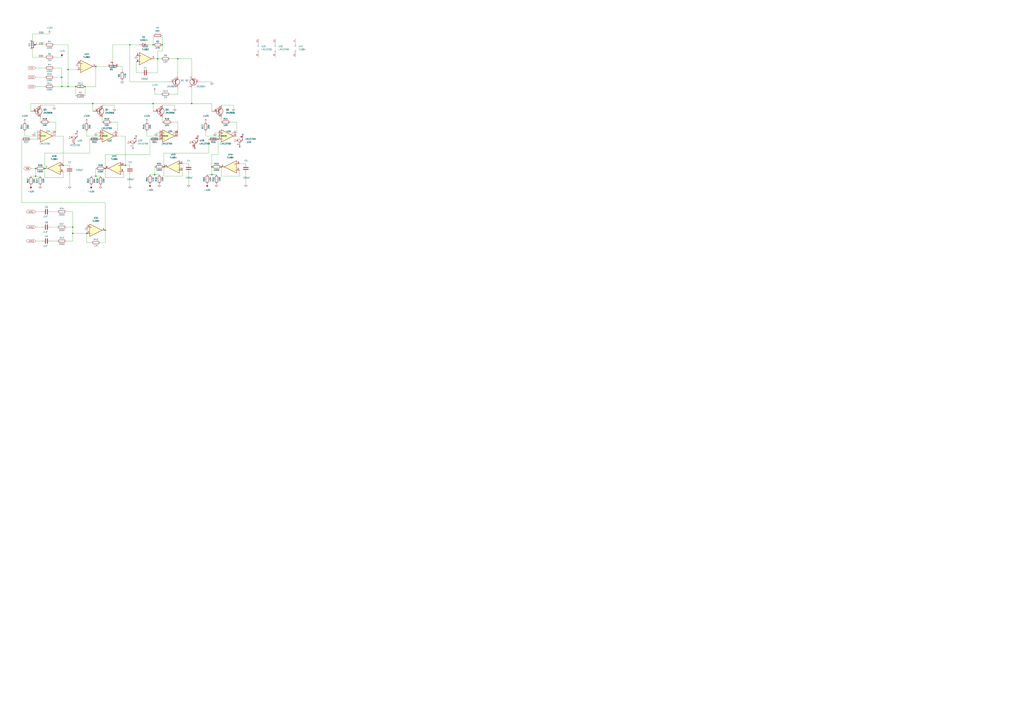
<source format=kicad_sch>
(kicad_sch (version 20211123) (generator eeschema)
  (paper "A1")
  (lib_symbols
    (symbol "Amplifier_Operational:LM13700" (pin_names (offset 0.127))
      (property "Reference" "U" (at 3.81 5.08 0))
      (property "Value" "LM13700" (at 5.08 -5.08 0))
      (symbol "LM13700_1_1"
        (pin output line (at 7.62 0 180) (length 2.54) (name "~") (number "12"))
        (pin input line (at -7.62 2.54 0) (length 2.54) (name "-") (number "13"))
        (pin input line (at -7.62 -2.54 0) (length 2.54) (name "+") (number "14"))
        (pin input line (at -7.62 0 0) (length 2.54) (name "DIODE_BIAS") (number "15"))
        (pin input line (at 7.62 -2.54 180) (length 2.54) (name "~") (number "16"))
      )
      (symbol "LM13700_2_1"
        (text "V+" (at -2.54 3.81 0) (effects (font (size 1.27 1.27))))
        (pin input line (at -7.62 0 0) (length 3.81) (name "~") (number "10"))
        (pin output line (at 2.54 -2.54 180) (length 3.81) (name "~") (number "9"))
      )
      (symbol "LM13700_3_1"
        (pin input line (at 7.62 -2.54 180) (length 2.54) (name "~") (number "1"))
        (pin input line (at -7.62 0 0) (length 2.54) (name "DIODE_BIAS") (number "2"))
        (pin input line (at -7.62 -2.54 0) (length 2.54) (name "+") (number "3"))
        (pin input line (at -7.62 2.54 0) (length 2.54) (name "-") (number "4"))
        (pin output line (at 7.62 0 180) (length 2.54) (name "~") (number "5"))
      )
      (symbol "LM13700_4_0"
        (text "V+" (at -2.54 3.81 0) (effects (font (size 1.27 1.27))))
      )
      (symbol "LM13700_4_1"
        (pin input line (at -7.62 0 0) (length 3.81) (name "~") (number "7"))
        (pin output line (at 2.54 -2.54 180) (length 3.81) (name "~") (number "8"))
      )
      (symbol "LM13700_5_1"
        (pin power_in line (at -2.54 7.62 270) (length 3.81) (name "V+") (number "11"))
        (pin power_in line (at -2.54 -7.62 90) (length 3.81) (name "V-") (number "6"))
      )
    )
    (symbol "Amplifier_Operational:TL082" (pin_names (offset 0.127))
      (property "Reference" "U" (at 0 5.08 0))
      (property "Value" "TL082" (at 0 -5.08 0))
      (symbol "TL082_1_1"
        (pin output line (at 7.62 0 180) (length 2.54) (name "~") (number "1"))
        (pin input line (at -7.62 -2.54 0) (length 2.54) (name "-") (number "2"))
        (pin input line (at -7.62 2.54 0) (length 2.54) (name "+") (number "3"))
      )
      (symbol "TL082_2_1"
        (pin input line (at -7.62 2.54 0) (length 2.54) (name "+") (number "5"))
        (pin input line (at -7.62 -2.54 0) (length 2.54) (name "-") (number "6"))
        (pin output line (at 7.62 0 180) (length 2.54) (name "~") (number "7"))
      )
      (symbol "TL082_3_1"
        (pin power_in line (at -2.54 -7.62 90) (length 3.81) (name "V-") (number "4"))
        (pin power_in line (at -2.54 7.62 270) (length 3.81) (name "V+") (number "8"))
      )
    )
    (symbol "Amplifier_Operational:TL084" (pin_names (offset 0.127))
      (property "Reference" "U" (at 0 5.08 0))
      (property "Value" "TL084" (at 0 -5.08 0))
      (symbol "TL084_1_1"
        (pin output line (at 7.62 0 180) (length 2.54) (name "~") (number "1"))
        (pin input line (at -7.62 -2.54 0) (length 2.54) (name "-") (number "2"))
        (pin input line (at -7.62 2.54 0) (length 2.54) (name "+") (number "3"))
      )
      (symbol "TL084_2_1"
        (pin input line (at -7.62 2.54 0) (length 2.54) (name "+") (number "5"))
        (pin input line (at -7.62 -2.54 0) (length 2.54) (name "-") (number "6"))
        (pin output line (at 7.62 0 180) (length 2.54) (name "~") (number "7"))
      )
      (symbol "TL084_3_1"
        (pin input line (at -7.62 2.54 0) (length 2.54) (name "+") (number "10"))
        (pin output line (at 7.62 0 180) (length 2.54) (name "~") (number "8"))
        (pin input line (at -7.62 -2.54 0) (length 2.54) (name "-") (number "9"))
      )
      (symbol "TL084_4_1"
        (pin input line (at -7.62 2.54 0) (length 2.54) (name "+") (number "12"))
        (pin input line (at -7.62 -2.54 0) (length 2.54) (name "-") (number "13"))
        (pin output line (at 7.62 0 180) (length 2.54) (name "~") (number "14"))
      )
      (symbol "TL084_5_1"
        (pin power_in line (at -2.54 -7.62 90) (length 3.81) (name "V-") (number "11"))
        (pin power_in line (at -2.54 7.62 270) (length 3.81) (name "V+") (number "4"))
      )
    )
    (symbol "Connector:Jack-DC" (pin_names (offset 1.016))
      (property "Reference" "J" (at 0 5.334 0))
      (property "Value" "Jack-DC" (at 0 -5.08 0))
      (symbol "Jack-DC_1_1"
        (pin passive line (at 7.62 2.54 180) (length 2.54) (name "~") (number "1"))
        (pin passive line (at 7.62 -2.54 180) (length 2.54) (name "~") (number "2"))
      )
    )
    (symbol "Device:C" (pin_numbers hide) (pin_names (offset 0.254))
      (property "Reference" "C" (at 0.635 2.54 0))
      (property "Value" "C" (at 0.635 -2.54 0))
      (symbol "C_1_1"
        (pin passive line (at 0 3.81 270) (length 2.794) (name "~") (number "1"))
        (pin passive line (at 0 -3.81 90) (length 2.794) (name "~") (number "2"))
      )
    )
    (symbol "Device:R" (pin_numbers hide) (pin_names (offset 0))
      (property "Reference" "R" (at 2.032 0 90))
      (property "Value" "R" (at 0 0 90))
      (symbol "R_1_1"
        (pin passive line (at 0 3.81 270) (length 1.27) (name "~") (number "1"))
        (pin passive line (at 0 -3.81 90) (length 1.27) (name "~") (number "2"))
      )
    )
    (symbol "Device:R_Potentiometer" (pin_names (offset 1.016) hide)
      (property "Reference" "RV" (at -4.445 0 90))
      (property "Value" "R_Potentiometer" (at -2.54 0 90))
      (symbol "R_Potentiometer_1_1"
        (pin passive line (at 0 3.81 270) (length 1.27) (name "1") (number "1"))
        (pin passive line (at 3.81 0 180) (length 1.27) (name "2") (number "2"))
        (pin passive line (at 0 -3.81 90) (length 1.27) (name "3") (number "3"))
      )
    )
    (symbol "Diode:1N914" (pin_numbers hide) (pin_names (offset 1.016) hide)
      (property "Reference" "D" (at 0 2.54 0))
      (property "Value" "1N914" (at 0 -2.54 0))
      (symbol "1N914_1_1"
        (pin passive line (at -3.81 0 0) (length 2.54) (name "K") (number "1"))
        (pin passive line (at 3.81 0 180) (length 2.54) (name "A") (number "2"))
      )
    )
    (symbol "Transistor_BJT:2N3904" (pin_names (offset 0) hide)
      (property "Reference" "Q" (at 5.08 1.905 0))
      (property "Value" "2N3904" (at 5.08 0 0))
      (symbol "2N3904_1_1"
        (pin passive line (at 2.54 -5.08 90) (length 2.54) (name "E") (number "1"))
        (pin passive line (at -5.08 0 0) (length 5.715) (name "B") (number "2"))
        (pin passive line (at 2.54 5.08 270) (length 2.54) (name "C") (number "3"))
      )
    )
    (symbol "Transistor_BJT:2N3906" (pin_names (offset 0) hide)
      (property "Reference" "Q" (at 5.08 1.905 0))
      (property "Value" "2N3906" (at 5.08 0 0))
      (symbol "2N3906_1_1"
        (pin passive line (at 2.54 -5.08 90) (length 2.54) (name "E") (number "1"))
        (pin input line (at -5.08 0 0) (length 5.715) (name "B") (number "2"))
        (pin passive line (at 2.54 5.08 270) (length 2.54) (name "C") (number "3"))
      )
    )
    (symbol "dhk:C_Tantalum" (pin_numbers hide) (pin_names (offset 0.254))
      (property "Reference" "C" (at 0.635 2.54 0))
      (property "Value" "C_Tantalum" (at 0.635 -2.54 0))
      (symbol "C_Tantalum_1_1"
        (pin passive line (at 0 3.81 270) (length 2.794) (name "~") (number "1"))
        (pin passive line (at 0 -3.81 90) (length 2.794) (name "~") (number "2"))
      )
    )
    (symbol "dhk:R_Potentiometer_Trim_Cermet" (pin_names (offset 1.016) hide)
      (property "Reference" "RV" (at -4.445 0 90))
      (property "Value" "R_Potentiometer_Trim_Cermet" (at -2.54 0 90))
      (symbol "R_Potentiometer_Trim_Cermet_1_1"
        (pin passive line (at 0 3.81 270) (length 1.27) (name "1") (number "1"))
        (pin passive line (at 3.81 0 180) (length 1.27) (name "2") (number "2"))
        (pin passive line (at 0 -3.81 90) (length 1.27) (name "3") (number "3"))
      )
    )
    (symbol "power:+12V" (power) (pin_names (offset 0))
      (property "Value" "+12V" (at 0 3.556 0))
      (symbol "+12V_1_1"
        (pin power_in line (at 0 0 90) (length 0) hide (name "+12V") (number "1"))
      )
    )
    (symbol "power:-12V" (power) (pin_names (offset 0))
      (property "Value" "-12V" (at 0 3.81 0))
      (symbol "-12V_0_0"
        (pin power_in line (at 0 0 90) (length 0) hide (name "-12V") (number "1"))
      )
    )
    (symbol "power:GND" (power) (pin_names (offset 0))
      (property "Value" "GND" (at 0 -3.81 0))
      (symbol "GND_1_1"
        (pin power_in line (at 0 0 270) (length 0) hide (name "GND") (number "1"))
      )
    )
  )
  (junction (at 127 143.51))
  (junction (at 181.61 137.16))
  (junction (at 52.07 135.89))
  (junction (at 102.87 135.89))
  (junction (at 78.74 144.78))
  (junction (at 59.69 191.77))
  (junction (at 86.36 189.23))
  (junction (at 50.8 71.12))
  (junction (at 125.73 36.83))
  (junction (at 157.48 85.09))
  (junction (at 146.05 48.26))
  (junction (at 29.21 144.78))
  (junction (at 125.73 85.09))
  (junction (at 173.99 137.16))
  (junction (at 134.62 137.16))
  (junction (at 50.8 63.5))
  (junction (at 55.88 57.15))
  (junction (at 62.23 71.12))
  (junction (at 133.35 36.83))
  (junction (at 76.2 85.09))
  (junction (at 59.69 186.69))
  (junction (at 71.12 191.77))
  (junction (at 29.21 138.43))
  (junction (at 179.07 114.3))
  (junction (at 173.99 143.51))
  (junction (at 69.85 71.12))
  (junction (at 78.74 54.61))
  (junction (at 106.68 36.83))
  (junction (at 55.88 71.12))
  (junction (at 36.83 138.43))
  (junction (at 86.36 138.43))
  (junction (at 129.54 48.26))
  (no_connect (at 63.5 107.95))
  (no_connect (at 60.96 118.11))
  (no_connect (at 196.85 120.65))
  (no_connect (at 162.56 111.76))
  (no_connect (at 160.02 121.92))
  (no_connect (at 111.76 111.76))
  (no_connect (at 109.22 121.92))
  (no_connect (at 199.39 110.49))
  (wire (pts (xy 25.4 114.3) (xy 30.48 114.3)))
  (wire (pts (xy 106.68 143.51) (xy 106.68 152.4)))
  (wire (pts (xy 57.15 143.51) (xy 57.15 152.4)))
  (wire (pts (xy 44.45 55.88) (xy 50.8 55.88)))
  (wire (pts (xy 101.6 135.89) (xy 102.87 135.89)))
  (wire (pts (xy 40.64 100.33) (xy 45.72 100.33)))
  (wire (pts (xy 50.8 63.5) (xy 50.8 71.12)))
  (wire (pts (xy 25.4 85.09) (xy 76.2 85.09)))
  (wire (pts (xy 55.88 57.15) (xy 55.88 71.12)))
  (wire (pts (xy 29.21 186.69) (xy 34.29 186.69)))
  (wire (pts (xy 71.12 199.39) (xy 74.93 199.39)))
  (wire (pts (xy 128.27 109.22) (xy 130.81 109.22)))
  (wire (pts (xy 106.68 36.83) (xy 114.3 36.83)))
  (wire (pts (xy 123.19 127) (xy 86.36 127)))
  (wire (pts (xy 69.85 71.12) (xy 69.85 78.74)))
  (wire (pts (xy 134.62 144.78) (xy 149.86 144.78)))
  (wire (pts (xy 29.21 198.12) (xy 34.29 198.12)))
  (wire (pts (xy 157.48 72.39) (xy 157.48 85.09)))
  (wire (pts (xy 40.64 27.94) (xy 26.67 27.94)))
  (wire (pts (xy 102.87 111.76) (xy 96.52 111.76)))
  (wire (pts (xy 149.86 144.78) (xy 149.86 139.7)))
  (wire (pts (xy 201.93 142.24) (xy 201.93 151.13)))
  (wire (pts (xy 149.86 134.62) (xy 154.94 134.62)))
  (wire (pts (xy 82.55 199.39) (xy 86.36 199.39)))
  (wire (pts (xy 44.45 63.5) (xy 50.8 63.5)))
  (wire (pts (xy 125.73 85.09) (xy 157.48 85.09)))
  (wire (pts (xy 157.48 85.09) (xy 173.99 85.09)))
  (wire (pts (xy 125.73 85.09) (xy 125.73 91.44)))
  (wire (pts (xy 168.91 107.95) (xy 168.91 111.76)))
  (wire (pts (xy 59.69 186.69) (xy 54.61 186.69)))
  (wire (pts (xy 78.74 54.61) (xy 88.9 54.61)))
  (wire (pts (xy 170.18 143.51) (xy 173.99 143.51)))
  (wire (pts (xy 55.88 36.83) (xy 55.88 57.15)))
  (wire (pts (xy 86.36 189.23) (xy 86.36 199.39)))
  (wire (pts (xy 127 48.26) (xy 129.54 48.26)))
  (wire (pts (xy 111.76 59.69) (xy 115.57 59.69)))
  (wire (pts (xy 78.74 54.61) (xy 78.74 71.12)))
  (wire (pts (xy 25.4 91.44) (xy 25.4 85.09)))
  (wire (pts (xy 29.21 71.12) (xy 36.83 71.12)))
  (wire (pts (xy 146.05 100.33) (xy 146.05 109.22)))
  (wire (pts (xy 171.45 125.73) (xy 134.62 125.73)))
  (wire (pts (xy 20.32 111.76) (xy 30.48 111.76)))
  (wire (pts (xy 173.99 85.09) (xy 173.99 91.44)))
  (wire (pts (xy 73.66 125.73) (xy 73.66 114.3)))
  (wire (pts (xy 139.7 77.47) (xy 146.05 77.47)))
  (wire (pts (xy 191.77 86.36) (xy 191.77 88.9)))
  (wire (pts (xy 123.19 114.3) (xy 123.19 127)))
  (wire (pts (xy 33.02 96.52) (xy 33.02 100.33)))
  (wire (pts (xy 133.35 41.91) (xy 133.35 36.83)))
  (wire (pts (xy 154.94 142.24) (xy 154.94 151.13)))
  (wire (pts (xy 41.91 198.12) (xy 46.99 198.12)))
  (wire (pts (xy 165.1 67.31) (xy 173.99 67.31)))
  (wire (pts (xy 173.99 137.16) (xy 173.99 143.51)))
  (wire (pts (xy 127 77.47) (xy 132.08 77.47)))
  (wire (pts (xy 33.02 86.36) (xy 44.45 86.36)))
  (wire (pts (xy 133.35 86.36) (xy 143.51 86.36)))
  (wire (pts (xy 123.19 59.69) (xy 129.54 59.69)))
  (wire (pts (xy 133.35 96.52) (xy 133.35 100.33)))
  (wire (pts (xy 146.05 48.26) (xy 139.7 48.26)))
  (wire (pts (xy 36.83 138.43) (xy 36.83 146.05)))
  (wire (pts (xy 83.82 96.52) (xy 83.82 100.33)))
  (wire (pts (xy 76.2 85.09) (xy 76.2 91.44)))
  (wire (pts (xy 17.78 166.37) (xy 86.36 166.37)))
  (wire (pts (xy 55.88 71.12) (xy 50.8 71.12)))
  (wire (pts (xy 157.48 62.23) (xy 157.48 48.26)))
  (wire (pts (xy 45.72 111.76) (xy 52.07 111.76)))
  (wire (pts (xy 157.48 48.26) (xy 146.05 48.26)))
  (wire (pts (xy 140.97 100.33) (xy 146.05 100.33)))
  (wire (pts (xy 59.69 198.12) (xy 59.69 191.77)))
  (wire (pts (xy 143.51 86.36) (xy 143.51 88.9)))
  (wire (pts (xy 121.92 36.83) (xy 125.73 36.83)))
  (wire (pts (xy 120.65 107.95) (xy 120.65 111.76)))
  (wire (pts (xy 102.87 135.89) (xy 102.87 111.76)))
  (wire (pts (xy 196.85 134.62) (xy 201.93 134.62)))
  (wire (pts (xy 129.54 48.26) (xy 129.54 41.91)))
  (wire (pts (xy 96.52 54.61) (xy 100.33 54.61)))
  (wire (pts (xy 59.69 191.77) (xy 59.69 186.69)))
  (wire (pts (xy 26.67 27.94) (xy 26.67 33.02)))
  (wire (pts (xy 171.45 114.3) (xy 171.45 125.73)))
  (wire (pts (xy 129.54 59.69) (xy 129.54 48.26)))
  (wire (pts (xy 30.48 36.83) (xy 36.83 36.83)))
  (wire (pts (xy 59.69 173.99) (xy 59.69 186.69)))
  (wire (pts (xy 78.74 144.78) (xy 82.55 144.78)))
  (wire (pts (xy 146.05 77.47) (xy 146.05 72.39)))
  (wire (pts (xy 78.74 109.22) (xy 81.28 109.22)))
  (wire (pts (xy 120.65 111.76) (xy 130.81 111.76)))
  (wire (pts (xy 76.2 85.09) (xy 125.73 85.09)))
  (wire (pts (xy 71.12 111.76) (xy 81.28 111.76)))
  (wire (pts (xy 173.99 137.16) (xy 173.99 127)))
  (wire (pts (xy 181.61 96.52) (xy 181.61 100.33)))
  (wire (pts (xy 54.61 173.99) (xy 59.69 173.99)))
  (wire (pts (xy 54.61 198.12) (xy 59.69 198.12)))
  (wire (pts (xy 189.23 100.33) (xy 194.31 100.33)))
  (wire (pts (xy 86.36 146.05) (xy 101.6 146.05)))
  (wire (pts (xy 127 137.16) (xy 127 143.51)))
  (wire (pts (xy 29.21 173.99) (xy 34.29 173.99)))
  (wire (pts (xy 86.36 166.37) (xy 86.36 189.23)))
  (wire (pts (xy 36.83 125.73) (xy 73.66 125.73)))
  (wire (pts (xy 27.94 109.22) (xy 30.48 109.22)))
  (wire (pts (xy 127 143.51) (xy 130.81 143.51)))
  (wire (pts (xy 125.73 29.21) (xy 125.73 36.83)))
  (wire (pts (xy 74.93 144.78) (xy 78.74 144.78)))
  (wire (pts (xy 44.45 46.99) (xy 50.8 46.99)))
  (wire (pts (xy 176.53 109.22) (xy 179.07 109.22)))
  (wire (pts (xy 45.72 100.33) (xy 45.72 109.22)))
  (wire (pts (xy 78.74 71.12) (xy 69.85 71.12)))
  (wire (pts (xy 111.76 50.8) (xy 111.76 59.69)))
  (wire (pts (xy 44.45 36.83) (xy 55.88 36.83)))
  (wire (pts (xy 59.69 191.77) (xy 71.12 191.77)))
  (wire (pts (xy 123.19 143.51) (xy 127 143.51)))
  (wire (pts (xy 173.99 127) (xy 179.07 127)))
  (wire (pts (xy 179.07 127) (xy 179.07 114.3)))
  (wire (pts (xy 146.05 62.23) (xy 146.05 48.26)))
  (wire (pts (xy 78.74 138.43) (xy 78.74 144.78)))
  (wire (pts (xy 36.83 146.05) (xy 52.07 146.05)))
  (wire (pts (xy 92.71 36.83) (xy 106.68 36.83)))
  (wire (pts (xy 138.43 67.31) (xy 106.68 67.31)))
  (wire (pts (xy 83.82 86.36) (xy 93.98 86.36)))
  (wire (pts (xy 17.78 114.3) (xy 17.78 166.37)))
  (wire (pts (xy 173.99 143.51) (xy 177.8 143.51)))
  (wire (pts (xy 62.23 71.12) (xy 62.23 78.74)))
  (wire (pts (xy 26.67 40.64) (xy 26.67 46.99)))
  (wire (pts (xy 25.4 138.43) (xy 29.21 138.43)))
  (wire (pts (xy 168.91 111.76) (xy 179.07 111.76)))
  (wire (pts (xy 102.87 135.89) (xy 106.68 135.89)))
  (wire (pts (xy 29.21 55.88) (xy 36.83 55.88)))
  (wire (pts (xy 96.52 100.33) (xy 96.52 109.22)))
  (wire (pts (xy 55.88 71.12) (xy 62.23 71.12)))
  (wire (pts (xy 52.07 146.05) (xy 52.07 140.97)))
  (wire (pts (xy 100.33 54.61) (xy 100.33 58.42)))
  (wire (pts (xy 127 74.93) (xy 127 77.47)))
  (wire (pts (xy 181.61 144.78) (xy 196.85 144.78)))
  (wire (pts (xy 29.21 63.5) (xy 36.83 63.5)))
  (wire (pts (xy 71.12 107.95) (xy 71.12 111.76)))
  (wire (pts (xy 129.54 41.91) (xy 133.35 41.91)))
  (wire (pts (xy 29.21 138.43) (xy 29.21 144.78)))
  (wire (pts (xy 106.68 67.31) (xy 106.68 36.83)))
  (wire (pts (xy 41.91 173.99) (xy 46.99 173.99)))
  (wire (pts (xy 52.07 111.76) (xy 52.07 135.89)))
  (wire (pts (xy 41.91 186.69) (xy 46.99 186.69)))
  (wire (pts (xy 92.71 50.8) (xy 92.71 36.83)))
  (wire (pts (xy 101.6 146.05) (xy 101.6 140.97)))
  (wire (pts (xy 129.54 48.26) (xy 132.08 48.26)))
  (wire (pts (xy 52.07 135.89) (xy 57.15 135.89)))
  (wire (pts (xy 50.8 71.12) (xy 44.45 71.12)))
  (wire (pts (xy 181.61 137.16) (xy 181.61 144.78)))
  (wire (pts (xy 29.21 144.78) (xy 33.02 144.78)))
  (wire (pts (xy 133.35 29.21) (xy 133.35 36.83)))
  (wire (pts (xy 36.83 138.43) (xy 36.83 125.73)))
  (wire (pts (xy 86.36 127) (xy 86.36 138.43)))
  (wire (pts (xy 196.85 144.78) (xy 196.85 139.7)))
  (wire (pts (xy 134.62 125.73) (xy 134.62 137.16)))
  (wire (pts (xy 134.62 137.16) (xy 134.62 144.78)))
  (wire (pts (xy 181.61 86.36) (xy 191.77 86.36)))
  (wire (pts (xy 194.31 100.33) (xy 194.31 109.22)))
  (wire (pts (xy 93.98 86.36) (xy 93.98 88.9)))
  (wire (pts (xy 91.44 100.33) (xy 96.52 100.33)))
  (wire (pts (xy 86.36 138.43) (xy 86.36 146.05)))
  (wire (pts (xy 50.8 55.88) (xy 50.8 63.5)))
  (wire (pts (xy 55.88 57.15) (xy 63.5 57.15)))
  (wire (pts (xy 25.4 144.78) (xy 29.21 144.78)))
  (wire (pts (xy 44.45 86.36) (xy 44.45 87.63)))
  (wire (pts (xy 71.12 191.77) (xy 71.12 199.39)))
  (wire (pts (xy 26.67 46.99) (xy 36.83 46.99)))
  (wire (pts (xy 20.32 107.95) (xy 20.32 111.76)))
  (label "CO3" (at 31.75 27.94 0))
  (label "CO2" (at 31.75 36.83 0))
  (label "CO1" (at 31.75 46.99 0))
  (global_label "AIN1" (shape bidirectional) (at 29.21 173.99 180) (property "Intersheet References" "${INTERSHEET_REFS}" (effects hide)))
  (global_label "AIN2" (shape bidirectional) (at 29.21 186.69 180) (property "Intersheet References" "${INTERSHEET_REFS}" (effects hide)))
  (global_label "AIN3" (shape bidirectional) (at 29.21 198.12 180) (property "Intersheet References" "${INTERSHEET_REFS}" (effects hide)))
  (global_label "CV2" (shape input) (at 29.21 63.5 180) (property "Intersheet References" "${INTERSHEET_REFS}" (effects hide)))
  (global_label "CV1" (shape input) (at 29.21 55.88 180) (property "Intersheet References" "${INTERSHEET_REFS}" (effects hide)))
  (global_label "RB" (shape bidirectional) (at 25.4 138.43 180) (property "Intersheet References" "${INTERSHEET_REFS}" (effects hide)))
  (global_label "CV3" (shape input) (at 29.21 71.12 180) (property "Intersheet References" "${INTERSHEET_REFS}" (effects hide)))
  (symbol (lib_id "Device:R") (at -96.52 379.73 90) (unit 1)
    (property "Reference" "R58" (at -96.52 377.19 90))
    (property "Value" "30K" (at -96.52 382.27 90))
  )
  (symbol (lib_id "Device:C") (at -52.07 181.61 0) (unit 1)
    (property "Reference" "C11" (at -53.34 175.26 0) (effects (justify left)))
    (property "Value" ".1uF" (at -54.61 189.23 0) (effects (justify left)))
  )
  (symbol (lib_id "Device:R") (at -25.4 279.4 90) (unit 1)
    (property "Reference" "R51" (at -25.4 276.86 90))
    (property "Value" "100K" (at -25.4 281.94 90))
  )
  (symbol (lib_id "power:+12V") (at 20.32 100.33 0) (unit 1)
    (property "Reference" "#PWR?" (effects hide))
    (property "Value" "+12V" (at 20.32 95.25 0))
  )
  (symbol (lib_id "Amplifier_Operational:TL082") (at -55.88 68.58 0) (unit 3)
    (property "Reference" "U5" (at -55.88 67.3099 0) (effects (justify left)))
    (property "Value" "TL082" (at -55.88 69.8499 0) (effects (justify left)))
    (property "Datasheet" "http://www.ti.com/lit/ds/symlink/tl081.pdf" (effects hide))
  )
  (symbol (lib_id "power:+12V") (at 120.65 100.33 0) (unit 1)
    (property "Reference" "#PWR?" (effects hide))
    (property "Value" "+12V" (at 120.65 95.25 0))
  )
  (symbol (lib_id "power:GND") (at 71.12 186.69 0) (unit 1)
    (property "Reference" "#PWR?" (effects hide))
    (property "Value" "GND" (effects hide))
  )
  (symbol (lib_id "Device:R") (at -35.56 279.4 90) (unit 1)
    (property "Reference" "R55" (at -35.56 276.86 90))
    (property "Value" "100K" (at -35.56 281.94 90))
  )
  (symbol (lib_id "Amplifier_Operational:TL082") (at -96.52 88.9 0) (unit 1)
    (property "Reference" "U6" (at -96.52 78.74 0))
    (property "Value" "TL082" (at -96.52 81.28 0))
    (property "Datasheet" "http://www.ti.com/lit/ds/symlink/tl081.pdf" (effects hide))
  )
  (symbol (lib_id "Device:R_Potentiometer") (at -57.15 240.03 270) (unit 1)
    (property "Reference" "R66" (at -57.15 237.49 90))
    (property "Value" "100K" (at -57.15 240.03 90))
  )
  (symbol (lib_id "power:GND") (at 176.53 109.22 0) (unit 1)
    (property "Reference" "#PWR?" (effects hide))
    (property "Value" "GND" (effects hide))
  )
  (symbol (lib_id "Device:R") (at -96.52 415.29 90) (unit 1)
    (property "Reference" "R59" (at -96.52 412.75 90))
    (property "Value" "4.7K" (at -96.52 417.83 90))
  )
  (symbol (lib_id "power:+12V") (at 168.91 100.33 0) (unit 1)
    (property "Reference" "#PWR?" (effects hide))
    (property "Value" "+12V" (at 168.91 95.25 0))
  )
  (symbol (lib_id "power:GND") (at 130.81 151.13 0) (unit 1)
    (property "Reference" "#PWR?" (effects hide))
    (property "Value" "GND" (effects hide))
  )
  (symbol (lib_id "Device:R") (at -96.52 309.88 90) (unit 1)
    (property "Reference" "R53" (at -96.52 307.34 90))
    (property "Value" "150K" (at -96.52 312.42 90))
  )
  (symbol (lib_id "Device:C") (at 38.1 186.69 90) (unit 1)
    (property "Reference" "C8" (at 39.37 182.88 90) (effects (justify left)))
    (property "Value" ".1uF" (at 39.37 190.5 90) (effects (justify left)))
  )
  (symbol (lib_id "Amplifier_Operational:TL082") (at -55.88 88.9 0) (unit 3)
    (property "Reference" "U6" (at -55.88 87.6299 0) (effects (justify left)))
    (property "Value" "TL082" (at -55.88 90.1699 0) (effects (justify left)))
    (property "Datasheet" "http://www.ti.com/lit/ds/symlink/tl081.pdf" (effects hide))
  )
  (symbol (lib_id "Amplifier_Operational:LM13700") (at -33.02 27.94 0) (unit 4)
    (property "Reference" "U7" (at -35.56 17.78 0))
    (property "Value" "LM13700" (at -35.56 20.32 0))
    (property "Datasheet" "http://www.ti.com/lit/ds/symlink/lm13700.pdf" (effects hide))
  )
  (symbol (lib_id "Device:R") (at 129.54 29.21 90) (unit 1)
    (property "Reference" "R?" (at 129.54 22.86 90))
    (property "Value" "68K" (at 129.54 25.4 90))
  )
  (symbol (lib_id "Connector:Jack-DC") (at -46.99 466.09 0) (unit 1)
    (property "Reference" "J7" (at -46.99 459.74 0))
    (property "Value" "Jack-DC" (effects hide))
  )
  (symbol (lib_id "Device:R") (at 82.55 148.59 180) (unit 1)
    (property "Reference" "R29" (at 80.01 148.59 90))
    (property "Value" "100" (at 85.09 148.59 90))
  )
  (symbol (lib_id "Device:C") (at 154.94 138.43 0) (unit 1)
    (property "Reference" "C4" (at 153.67 132.08 0) (effects (justify left)))
    (property "Value" "100pF" (at 152.4 146.05 0) (effects (justify left)))
  )
  (symbol (lib_id "Amplifier_Operational:TL084") (at 93.98 138.43 0) (mirror y) (unit 3)
    (property "Reference" "U4" (at 93.98 128.27 0))
    (property "Value" "TL084" (at 93.98 130.81 0))
    (property "Datasheet" "http://www.ti.com/lit/ds/symlink/tl081.pdf" (effects hide))
  )
  (symbol (lib_id "Connector:Jack-DC") (at -95.25 478.79 0) (unit 1)
    (property "Reference" "J2" (at -95.25 472.44 0))
    (property "Value" "Jack-DC" (effects hide))
  )
  (symbol (lib_id "Device:R") (at -66.04 379.73 90) (unit 1)
    (property "Reference" "R61" (at -66.04 377.19 90))
    (property "Value" "30K" (at -66.04 382.27 90))
  )
  (symbol (lib_id "Transistor_BJT:2N3904") (at 143.51 67.31 0) (mirror x) (unit 1)
    (property "Reference" "Q1" (at 148.59 66.0399 0) (effects (justify left)))
    (property "Value" "2N3904" (at 137.16 71.12 0) (effects (justify left)))
    (property "Footprint" "Package_TO_SOT_THT:TO-92_Inline" (effects hide))
    (property "Datasheet" "https://www.onsemi.com/pub/Collateral/2N3903-D.PDF" (effects hide))
  )
  (symbol (lib_id "power:-12V") (at 170.18 151.13 0) (mirror x) (unit 1)
    (property "Reference" "#PWR?" (effects hide))
    (property "Value" "-12V" (at 170.18 156.21 0))
  )
  (symbol (lib_id "Connector:Jack-DC") (at -78.74 478.79 0) (unit 1)
    (property "Reference" "J4" (at -78.74 472.44 0))
    (property "Value" "Jack-DC" (effects hide))
  )
  (symbol (lib_id "Transistor_BJT:2N3906") (at 81.28 91.44 0) (mirror x) (unit 1)
    (property "Reference" "Q4" (at 86.36 90.1699 0) (effects (justify left)))
    (property "Value" "2N3906" (at 86.36 92.7099 0) (effects (justify left)))
    (property "Footprint" "Package_TO_SOT_THT:TO-92_Inline" (effects hide))
    (property "Datasheet" "https://www.onsemi.com/pub/Collateral/2N3906-D.PDF" (effects hide))
  )
  (symbol (lib_id "Device:R") (at 20.32 104.14 180) (unit 1)
    (property "Reference" "R14" (at 17.78 104.14 90))
    (property "Value" "20K" (at 22.86 104.14 90))
  )
  (symbol (lib_id "power:GND") (at 106.68 152.4 0) (unit 1)
    (property "Reference" "#PWR?" (effects hide))
    (property "Value" "GND" (effects hide))
  )
  (symbol (lib_id "Amplifier_Operational:LM13700") (at 196.85 113.03 90) (unit 4)
    (property "Reference" "U3" (at 204.47 116.84 90))
    (property "Value" "LM13700" (at 205.74 114.3 90))
    (property "Datasheet" "http://www.ti.com/lit/ds/symlink/lm13700.pdf" (effects hide))
  )
  (symbol (lib_id "power:GND") (at 93.98 88.9 0) (unit 1)
    (property "Reference" "#PWR?" (effects hide))
    (property "Value" "GND" (effects hide))
  )
  (symbol (lib_id "Connector:Jack-DC") (at -62.23 466.09 0) (unit 1)
    (property "Reference" "J5" (at -62.23 459.74 0))
    (property "Value" "Jack-DC" (effects hide))
  )
  (symbol (lib_id "power:+12V") (at 40.64 27.94 0) (unit 1)
    (property "Reference" "#PWR?" (effects hide))
    (property "Value" "+12V" (at 40.64 22.86 0))
  )
  (symbol (lib_id "Device:R") (at 74.93 148.59 180) (unit 1)
    (property "Reference" "R63" (at 72.39 148.59 90))
    (property "Value" "39K" (at 77.47 148.59 90))
  )
  (symbol (lib_id "Device:R") (at 50.8 186.69 90) (unit 1)
    (property "Reference" "R37" (at 50.8 184.15 90))
    (property "Value" "200K" (at 50.8 189.23 90))
  )
  (symbol (lib_id "Device:R") (at -86.36 299.72 90) (unit 1)
    (property "Reference" "R45" (at -86.36 297.18 90))
    (property "Value" "120K" (at -86.36 302.26 90))
  )
  (symbol (lib_id "Device:R") (at 177.8 137.16 90) (unit 1)
    (property "Reference" "R33" (at 177.8 134.62 90))
    (property "Value" "100K" (at 177.8 139.7 90))
  )
  (symbol (lib_id "Amplifier_Operational:TL082") (at 78.74 189.23 0) (unit 1)
    (property "Reference" "U5" (at 78.74 179.07 0))
    (property "Value" "TL082" (at 78.74 181.61 0))
    (property "Datasheet" "http://www.ti.com/lit/ds/symlink/tl081.pdf" (effects hide))
  )
  (symbol (lib_id "Device:R") (at 50.8 198.12 90) (unit 1)
    (property "Reference" "R42" (at 50.8 195.58 90))
    (property "Value" "200K" (at 50.8 200.66 90))
  )
  (symbol (lib_id "Connector:Jack-DC") (at -46.99 478.79 0) (unit 1)
    (property "Reference" "J8" (at -46.99 472.44 0))
    (property "Value" "Jack-DC" (effects hide))
  )
  (symbol (lib_id "Device:R") (at 87.63 100.33 90) (unit 1)
    (property "Reference" "R19" (at 87.63 97.79 90))
    (property "Value" "10K" (at 87.63 102.87 90))
  )
  (symbol (lib_id "Device:R") (at -35.56 270.51 90) (unit 1)
    (property "Reference" "R40" (at -35.56 267.97 90))
    (property "Value" "100K" (at -35.56 273.05 90))
  )
  (symbol (lib_id "power:GND") (at 177.8 151.13 0) (unit 1)
    (property "Reference" "#PWR?" (effects hide))
    (property "Value" "GND" (effects hide))
  )
  (symbol (lib_id "Device:R") (at 177.8 147.32 180) (unit 1)
    (property "Reference" "R32" (at 175.26 147.32 90))
    (property "Value" "100" (at 180.34 147.32 90))
  )
  (symbol (lib_id "power:+12V") (at 127 74.93 0) (unit 1)
    (property "Reference" "#PWR?" (effects hide))
    (property "Value" "+12V" (at 127 69.85 0))
  )
  (symbol (lib_id "Device:R") (at 40.64 36.83 90) (unit 1)
    (property "Reference" "R4" (at 40.64 34.29 90))
    (property "Value" "100K" (at 40.64 39.37 90))
  )
  (symbol (lib_id "Amplifier_Operational:TL084") (at 142.24 137.16 0) (mirror y) (unit 4)
    (property "Reference" "U4" (at 142.24 127 0))
    (property "Value" "TL084" (at 142.24 129.54 0))
    (property "Datasheet" "http://www.ti.com/lit/ds/symlink/tl081.pdf" (effects hide))
  )
  (symbol (lib_id "Device:C") (at -74.93 181.61 0) (unit 1)
    (property "Reference" "C7" (at -76.2 175.26 0) (effects (justify left)))
    (property "Value" ".1uF" (at -77.47 189.23 0) (effects (justify left)))
  )
  (symbol (lib_id "Transistor_BJT:2N3904") (at 160.02 67.31 180) (unit 1)
    (property "Reference" "Q2" (at 154.94 66.0399 0) (effects (justify left)))
    (property "Value" "2N3904" (at 168.91 71.12 0) (effects (justify left)))
    (property "Footprint" "Package_TO_SOT_THT:TO-92_Inline" (effects hide))
    (property "Datasheet" "https://www.onsemi.com/pub/Collateral/2N3903-D.PDF" (effects hide))
  )
  (symbol (lib_id "Device:R") (at 40.64 63.5 90) (unit 1)
    (property "Reference" "R10" (at 40.64 60.96 90))
    (property "Value" "100K" (at 40.64 66.04 90))
  )
  (symbol (lib_id "Amplifier_Operational:TL084") (at 245.11 39.37 0) (unit 5)
    (property "Reference" "U4" (at 245.11 38.0999 0) (effects (justify left)))
    (property "Value" "TL084" (at 245.11 40.6399 0) (effects (justify left)))
    (property "Datasheet" "http://www.ti.com/lit/ds/symlink/tl081.pdf" (effects hide))
  )
  (symbol (lib_id "power:GND") (at 63.5 52.07 0) (unit 1)
    (property "Reference" "#PWR?" (effects hide))
    (property "Value" "GND" (effects hide))
  )
  (symbol (lib_id "Device:R") (at -76.2 379.73 90) (unit 1)
    (property "Reference" "R56" (at -76.2 377.19 90))
    (property "Value" "30K" (at -76.2 382.27 90))
  )
  (symbol (lib_id "Device:R") (at 33.02 138.43 90) (unit 1)
    (property "Reference" "R26" (at 33.02 135.89 90))
    (property "Value" "100K" (at 33.02 140.97 90))
  )
  (symbol (lib_id "Device:R_Potentiometer") (at -67.31 240.03 270) (unit 1)
    (property "Reference" "R36" (at -67.31 237.49 90))
    (property "Value" "100K" (at -67.31 240.03 90))
  )
  (symbol (lib_id "power:GND") (at 154.94 151.13 0) (unit 1)
    (property "Reference" "#PWR?" (effects hide))
    (property "Value" "GND" (effects hide))
  )
  (symbol (lib_id "power:GND") (at 78.74 109.22 0) (unit 1)
    (property "Reference" "#PWR?" (effects hide))
    (property "Value" "GND" (effects hide))
  )
  (symbol (lib_id "Device:R") (at 40.64 55.88 90) (unit 1)
    (property "Reference" "R7" (at 40.64 53.34 90))
    (property "Value" "100K" (at 40.64 58.42 90))
  )
  (symbol (lib_id "Amplifier_Operational:LM13700") (at -21.59 27.94 0) (unit 5)
    (property "Reference" "U7" (at -21.59 26.6699 0) (effects (justify left)))
    (property "Value" "LM13700" (at -21.59 29.2099 0) (effects (justify left)))
    (property "Datasheet" "http://www.ti.com/lit/ds/symlink/lm13700.pdf" (effects hide))
  )
  (symbol (lib_id "power:-12V") (at 74.93 152.4 0) (mirror x) (unit 1)
    (property "Reference" "#PWR?" (effects hide))
    (property "Value" "-12V" (at 74.93 157.48 0))
  )
  (symbol (lib_id "Device:R") (at -86.36 370.84 90) (unit 1)
    (property "Reference" "R39" (at -86.36 368.3 90))
    (property "Value" "2k" (at -86.36 373.38 90))
  )
  (symbol (lib_id "dhk:C_Tantalum") (at -97.79 220.98 0) (unit 1)
    (property "Reference" "C13" (at -92.71 218.8209 0) (effects (justify left)))
    (property "Value" "10uF" (at -92.71 221.3609 0) (effects (justify left)))
  )
  (symbol (lib_id "Device:C") (at -59.69 181.61 0) (unit 1)
    (property "Reference" "C14" (at -60.96 175.26 0) (effects (justify left)))
    (property "Value" ".1uF" (at -62.23 189.23 0) (effects (justify left)))
  )
  (symbol (lib_id "Amplifier_Operational:LM13700") (at 186.69 111.76 0) (mirror x) (unit 3)
    (property "Reference" "U3" (at 187.96 107.95 0))
    (property "Value" "LM13700" (at 185.42 118.11 0))
    (property "Datasheet" "http://www.ti.com/lit/ds/symlink/lm13700.pdf" (effects hide))
  )
  (symbol (lib_id "Device:C") (at -67.31 181.61 0) (unit 1)
    (property "Reference" "C10" (at -68.58 175.26 0) (effects (justify left)))
    (property "Value" ".1uF" (at -69.85 189.23 0) (effects (justify left)))
  )
  (symbol (lib_id "Amplifier_Operational:TL082") (at -96.52 107.95 0) (unit 1)
    (property "Reference" "U8" (at -96.52 97.79 0))
    (property "Value" "TL082" (at -96.52 100.33 0))
    (property "Datasheet" "http://www.ti.com/lit/ds/symlink/tl081.pdf" (effects hide))
  )
  (symbol (lib_id "power:GND") (at 173.99 67.31 0) (unit 1)
    (property "Reference" "#PWR?" (effects hide))
    (property "Value" "GND" (effects hide))
  )
  (symbol (lib_id "Amplifier_Operational:LM13700") (at 160.02 114.3 90) (unit 2)
    (property "Reference" "U3" (at 163.83 115.5699 90) (effects (justify right)))
    (property "Value" "LM13700" (at 163.83 118.1099 90) (effects (justify right)))
    (property "Datasheet" "http://www.ti.com/lit/ds/symlink/lm13700.pdf" (effects hide))
  )
  (symbol (lib_id "Device:R") (at 71.12 104.14 180) (unit 1)
    (property "Reference" "R15" (at 68.58 104.14 90))
    (property "Value" "20K" (at 73.66 104.14 90))
  )
  (symbol (lib_id "Device:R") (at -96.52 261.62 90) (unit 1)
    (property "Reference" "R54" (at -96.52 259.08 90))
    (property "Value" "49.9K" (at -96.52 264.16 90))
  )
  (symbol (lib_id "power:+12V") (at 71.12 100.33 0) (unit 1)
    (property "Reference" "#PWR?" (effects hide))
    (property "Value" "+12V" (at 71.12 95.25 0))
  )
  (symbol (lib_id "Device:R") (at -86.36 379.73 90) (unit 1)
    (property "Reference" "R47" (at -86.36 377.19 90))
    (property "Value" "30K" (at -86.36 382.27 90))
  )
  (symbol (lib_id "Device:R") (at -45.72 270.51 90) (unit 1)
    (property "Reference" "R41" (at -45.72 267.97 90))
    (property "Value" "100K" (at -45.72 273.05 90))
  )
  (symbol (lib_id "Amplifier_Operational:TL082") (at -55.88 107.95 0) (unit 3)
    (property "Reference" "U8" (at -55.88 106.6799 0) (effects (justify left)))
    (property "Value" "TL082" (at -55.88 109.2199 0) (effects (justify left)))
    (property "Datasheet" "http://www.ti.com/lit/ds/symlink/tl081.pdf" (effects hide))
  )
  (symbol (lib_id "Device:R") (at -96.52 320.04 90) (unit 1)
    (property "Reference" "R57" (at -96.52 317.5 90))
    (property "Value" "1K" (at -96.52 322.58 90))
  )
  (symbol (lib_id "Device:R") (at 135.89 48.26 90) (unit 1)
    (property "Reference" "R9" (at 135.89 45.72 90))
    (property "Value" "10K" (at 135.89 50.8 90))
  )
  (symbol (lib_id "Device:C") (at 57.15 139.7 0) (unit 1)
    (property "Reference" "C2" (at 55.88 133.35 0) (effects (justify left)))
    (property "Value" "100pF" (at 62.23 139.7 0) (effects (justify left)))
  )
  (symbol (lib_id "Device:R_Potentiometer") (at -86.36 240.03 270) (unit 1)
    (property "Reference" "R48" (at -86.36 237.49 90))
    (property "Value" "100K" (at -86.36 240.03 90))
  )
  (symbol (lib_id "Amplifier_Operational:TL082") (at 119.38 48.26 0) (unit 2)
    (property "Reference" "U1" (at 119.38 38.1 0))
    (property "Value" "TL082" (at 119.38 40.64 0))
    (property "Datasheet" "http://www.ti.com/lit/ds/symlink/tl081.pdf" (effects hide))
  )
  (symbol (lib_id "Device:R") (at 127 114.3 90) (mirror x) (unit 1)
    (property "Reference" "R24" (at 127 116.84 90))
    (property "Value" "100K" (at 127 114.3 90))
  )
  (symbol (lib_id "Device:R") (at 137.16 100.33 90) (unit 1)
    (property "Reference" "R20" (at 137.16 97.79 90))
    (property "Value" "10K" (at 137.16 102.87 90))
  )
  (symbol (lib_id "power:GND") (at 100.33 66.04 0) (unit 1)
    (property "Reference" "#PWR?" (effects hide))
    (property "Value" "GND" (effects hide))
  )
  (symbol (lib_id "power:GND") (at 82.55 152.4 0) (unit 1)
    (property "Reference" "#PWR?" (effects hide))
    (property "Value" "GND" (effects hide))
  )
  (symbol (lib_id "Device:C") (at 106.68 139.7 0) (unit 1)
    (property "Reference" "C3" (at 105.41 133.35 0) (effects (justify left)))
    (property "Value" "100pF" (at 104.14 147.32 0) (effects (justify left)))
  )
  (symbol (lib_id "Device:C") (at -36.83 181.61 0) (unit 1)
    (property "Reference" "C16" (at -38.1 175.26 0) (effects (justify left)))
    (property "Value" ".1uF" (at -39.37 189.23 0) (effects (justify left)))
  )
  (symbol (lib_id "Device:R") (at -15.24 279.4 90) (unit 1)
    (property "Reference" "R44" (at -15.24 276.86 90))
    (property "Value" "100K" (at -15.24 281.94 90))
  )
  (symbol (lib_id "Connector:Jack-DC") (at -78.74 466.09 0) (unit 1)
    (property "Reference" "J3" (at -78.74 459.74 0))
    (property "Value" "Jack-DC" (effects hide))
  )
  (symbol (lib_id "power:GND") (at 33.02 152.4 0) (unit 1)
    (property "Reference" "#PWR?" (effects hide))
    (property "Value" "GND" (effects hide))
  )
  (symbol (lib_id "Connector:Jack-DC") (at -62.23 478.79 0) (unit 1)
    (property "Reference" "J6" (at -62.23 472.44 0))
    (property "Value" "Jack-DC" (effects hide))
  )
  (symbol (lib_id "Device:R") (at 130.81 147.32 180) (unit 1)
    (property "Reference" "R30" (at 128.27 147.32 90))
    (property "Value" "100" (at 133.35 147.32 90))
  )
  (symbol (lib_id "power:GND") (at 57.15 152.4 0) (unit 1)
    (property "Reference" "#PWR?" (effects hide))
    (property "Value" "GND" (effects hide))
  )
  (symbol (lib_id "Device:R") (at -96.52 425.45 90) (unit 1)
    (property "Reference" "R38" (at -96.52 422.91 90))
    (property "Value" "4.7M" (at -96.52 427.99 90))
  )
  (symbol (lib_id "Amplifier_Operational:LM13700") (at 38.1 111.76 0) (mirror x) (unit 1)
    (property "Reference" "U2" (at 39.37 107.95 0))
    (property "Value" "LM13700" (at 36.83 118.11 0))
    (property "Datasheet" "http://www.ti.com/lit/ds/symlink/lm13700.pdf" (effects hide))
  )
  (symbol (lib_id "Device:R") (at 120.65 104.14 180) (unit 1)
    (property "Reference" "R16" (at 118.11 104.14 90))
    (property "Value" "20K" (at 123.19 104.14 90))
  )
  (symbol (lib_id "Device:R") (at 130.81 137.16 90) (unit 1)
    (property "Reference" "R31" (at 130.81 134.62 90))
    (property "Value" "100K" (at 130.81 139.7 90))
  )
  (symbol (lib_id "Connector:Jack-DC") (at -95.25 466.09 0) (unit 1)
    (property "Reference" "J1" (at -95.25 459.74 0))
    (property "Value" "Jack-DC" (effects hide))
  )
  (symbol (lib_id "Amplifier_Operational:LM13700") (at -55.88 27.94 0) (unit 3)
    (property "Reference" "U7" (at -55.88 17.78 0))
    (property "Value" "LM13700" (at -55.88 20.32 0))
    (property "Datasheet" "http://www.ti.com/lit/ds/symlink/lm13700.pdf" (effects hide))
  )
  (symbol (lib_id "Device:R") (at 168.91 104.14 180) (unit 1)
    (property "Reference" "R17" (at 166.37 104.14 90))
    (property "Value" "20K" (at 171.45 104.14 90))
  )
  (symbol (lib_id "dhk:C_Tantalum") (at -83.82 220.98 0) (unit 1)
    (property "Reference" "C17" (at -78.74 218.8209 0) (effects (justify left)))
    (property "Value" "10uF" (at -78.74 221.3609 0) (effects (justify left)))
  )
  (symbol (lib_id "Device:C") (at 119.38 59.69 90) (unit 1)
    (property "Reference" "C1" (at 120.65 55.88 90) (effects (justify left)))
    (property "Value" "100pF" (at 121.92 64.77 90) (effects (justify left)))
  )
  (symbol (lib_id "Device:C") (at -44.45 181.61 0) (unit 1)
    (property "Reference" "C15" (at -45.72 175.26 0) (effects (justify left)))
    (property "Value" ".1uF" (at -46.99 189.23 0) (effects (justify left)))
  )
  (symbol (lib_id "Amplifier_Operational:LM13700") (at 214.63 39.37 0) (unit 5)
    (property "Reference" "U2" (at 214.63 38.0999 0) (effects (justify left)))
    (property "Value" "LM13700" (at 214.63 40.6399 0) (effects (justify left)))
    (property "Datasheet" "http://www.ti.com/lit/ds/symlink/lm13700.pdf" (effects hide))
  )
  (symbol (lib_id "dhk:R_Potentiometer_Trim_Cermet") (at 92.71 54.61 90) (unit 1)
    (property "Reference" "R5" (at 91.44 57.15 90))
    (property "Value" "100" (at 92.71 54.61 90))
  )
  (symbol (lib_id "Device:R") (at 36.83 100.33 90) (unit 1)
    (property "Reference" "R18" (at 36.83 97.79 90))
    (property "Value" "10K" (at 36.83 102.87 90))
  )
  (symbol (lib_id "Device:C") (at -29.21 181.61 0) (unit 1)
    (property "Reference" "C12" (at -30.48 175.26 0) (effects (justify left)))
    (property "Value" ".1uF" (at -31.75 189.23 0) (effects (justify left)))
  )
  (symbol (lib_id "Amplifier_Operational:TL082") (at -74.93 107.95 0) (unit 2)
    (property "Reference" "U8" (at -74.93 97.79 0))
    (property "Value" "TL082" (at -74.93 100.33 0))
    (property "Datasheet" "http://www.ti.com/lit/ds/symlink/tl081.pdf" (effects hide))
  )
  (symbol (lib_id "Transistor_BJT:2N3906") (at 30.48 91.44 0) (mirror x) (unit 1)
    (property "Reference" "Q3" (at 35.56 90.1699 0) (effects (justify left)))
    (property "Value" "2N3906" (at 35.56 92.7099 0) (effects (justify left)))
    (property "Footprint" "Package_TO_SOT_THT:TO-92_Inline" (effects hide))
    (property "Datasheet" "https://www.onsemi.com/pub/Collateral/2N3906-D.PDF" (effects hide))
  )
  (symbol (lib_id "Device:R") (at -86.36 261.62 90) (unit 1)
    (property "Reference" "R49" (at -86.36 259.08 90))
    (property "Value" "49.9K" (at -86.36 264.16 90))
  )
  (symbol (lib_id "Device:R") (at 40.64 46.99 90) (unit 1)
    (property "Reference" "R6" (at 40.64 44.45 90))
    (property "Value" "75K" (at 40.64 49.53 90))
  )
  (symbol (lib_id "Amplifier_Operational:TL082") (at 71.12 54.61 0) (unit 1)
    (property "Reference" "U1" (at 71.12 44.45 0))
    (property "Value" "TL082" (at 71.12 46.99 0))
    (property "Datasheet" "http://www.ti.com/lit/ds/symlink/tl081.pdf" (effects hide))
  )
  (symbol (lib_id "power:-12V") (at 123.19 151.13 0) (mirror x) (unit 1)
    (property "Reference" "#PWR?" (effects hide))
    (property "Value" "-12V" (at 123.19 156.21 0))
  )
  (symbol (lib_id "Device:R") (at -96.2192 299.8442 90) (unit 1)
    (property "Reference" "R60" (at -96.2192 297.3042 90))
    (property "Value" "120K" (at -96.2192 302.3842 90))
  )
  (symbol (lib_id "Device:R") (at 66.04 78.74 90) (unit 1)
    (property "Reference" "R?" (at 66.04 76.2 90))
    (property "Value" "7.5K" (at 66.04 78.74 90))
  )
  (symbol (lib_id "Device:R") (at 25.4 148.59 180) (unit 1)
    (property "Reference" "R62" (at 22.86 148.59 90))
    (property "Value" "39K" (at 27.94 148.59 90))
  )
  (symbol (lib_id "Diode:1N914") (at 118.11 36.83 180) (unit 1)
    (property "Reference" "D1" (at 118.11 30.48 0))
    (property "Value" "1N914" (at 118.11 33.02 0))
    (property "Footprint" "Diode_THT:D_DO-35_SOD27_P7.62mm_Horizontal" (effects hide))
    (property "Datasheet" "http://www.vishay.com/docs/85622/1n914.pdf" (effects hide))
  )
  (symbol (lib_id "Device:R_Potentiometer") (at -76.2 240.03 270) (unit 1)
    (property "Reference" "R35" (at -76.2 237.49 90))
    (property "Value" "100K" (at -76.2 240.03 90))
  )
  (symbol (lib_id "power:-12V") (at 25.4 152.4 0) (mirror x) (unit 1)
    (property "Reference" "#PWR?" (effects hide))
    (property "Value" "-12V" (at 25.4 157.48 0))
  )
  (symbol (lib_id "Device:C") (at 201.93 138.43 0) (unit 1)
    (property "Reference" "C5" (at 200.66 132.08 0) (effects (justify left)))
    (property "Value" "100pF" (at 199.39 146.05 0) (effects (justify left)))
  )
  (symbol (lib_id "Device:R") (at 175.26 114.3 90) (mirror x) (unit 1)
    (property "Reference" "R25" (at 175.26 116.84 90))
    (property "Value" "100K" (at 175.26 114.3 90))
  )
  (symbol (lib_id "Device:R") (at 129.54 36.83 90) (unit 1)
    (property "Reference" "R2" (at 129.54 34.29 90))
    (property "Value" "47K" (at 129.54 39.37 90))
  )
  (symbol (lib_id "Device:R") (at 33.02 148.59 180) (unit 1)
    (property "Reference" "R27" (at 30.48 148.59 90))
    (property "Value" "100" (at 35.56 148.59 90))
  )
  (symbol (lib_id "Amplifier_Operational:LM13700") (at 138.43 111.76 0) (mirror x) (unit 1)
    (property "Reference" "U3" (at 139.7 107.95 0))
    (property "Value" "LM13700" (at 137.16 118.11 0))
    (property "Datasheet" "http://www.ti.com/lit/ds/symlink/lm13700.pdf" (effects hide))
  )
  (symbol (lib_id "Amplifier_Operational:LM13700") (at 228.6 39.37 0) (unit 5)
    (property "Reference" "U3" (at 228.6 38.0999 0) (effects (justify left)))
    (property "Value" "LM13700" (at 228.6 40.6399 0) (effects (justify left)))
    (property "Datasheet" "http://www.ti.com/lit/ds/symlink/lm13700.pdf" (effects hide))
  )
  (symbol (lib_id "Device:R") (at 78.74 199.39 90) (unit 1)
    (property "Reference" "R43" (at 78.74 196.85 90))
    (property "Value" "1M" (at 78.74 201.93 90))
  )
  (symbol (lib_id "Device:R") (at 50.8 173.99 90) (unit 1)
    (property "Reference" "R34" (at 50.8 171.45 90))
    (property "Value" "200K" (at 50.8 176.53 90))
  )
  (symbol (lib_id "Amplifier_Operational:TL082") (at -74.93 88.9 0) (unit 2)
    (property "Reference" "U6" (at -74.93 78.74 0))
    (property "Value" "TL082" (at -74.93 81.28 0))
    (property "Datasheet" "http://www.ti.com/lit/ds/symlink/tl081.pdf" (effects hide))
  )
  (symbol (lib_id "power:GND") (at 128.27 109.22 0) (unit 1)
    (property "Reference" "#PWR?" (effects hide))
    (property "Value" "GND" (effects hide))
  )
  (symbol (lib_id "power:GND") (at 191.77 88.9 0) (unit 1)
    (property "Reference" "#PWR?" (effects hide))
    (property "Value" "GND" (effects hide))
  )
  (symbol (lib_id "power:GND") (at 44.45 87.63 0) (unit 1)
    (property "Reference" "#PWR?" (effects hide))
    (property "Value" "GND" (effects hide))
  )
  (symbol (lib_id "Amplifier_Operational:LM13700") (at 109.22 114.3 90) (unit 4)
    (property "Reference" "U2" (at 113.03 115.5699 90) (effects (justify right)))
    (property "Value" "LM13700" (at 113.03 118.1099 90) (effects (justify right)))
    (property "Datasheet" "http://www.ti.com/lit/ds/symlink/lm13700.pdf" (effects hide))
  )
  (symbol (lib_id "Device:R") (at 77.47 114.3 90) (mirror x) (unit 1)
    (property "Reference" "R23" (at 77.47 116.84 90))
    (property "Value" "100K" (at 77.47 114.3 90))
  )
  (symbol (lib_id "Amplifier_Operational:TL082") (at -55.88 49.53 0) (unit 3)
    (property "Reference" "U1" (at -55.88 48.2599 0) (effects (justify left)))
    (property "Value" "TL082" (at -55.88 50.7999 0) (effects (justify left)))
    (property "Datasheet" "http://www.ti.com/lit/ds/symlink/tl081.pdf" (effects hide))
  )
  (symbol (lib_id "power:-12V") (at 50.8 46.99 0) (unit 1)
    (property "Reference" "#PWR?" (effects hide))
    (property "Value" "-12V" (at 50.8 41.91 0))
  )
  (symbol (lib_id "Transistor_BJT:2N3906") (at 130.81 91.44 0) (mirror x) (unit 1)
    (property "Reference" "Q5" (at 135.89 90.1699 0) (effects (justify left)))
    (property "Value" "2N3906" (at 135.89 92.7099 0) (effects (justify left)))
    (property "Footprint" "Package_TO_SOT_THT:TO-92_Inline" (effects hide))
    (property "Datasheet" "https://www.onsemi.com/pub/Collateral/2N3906-D.PDF" (effects hide))
  )
  (symbol (lib_id "Amplifier_Operational:LM13700") (at -73.66 27.94 0) (unit 2)
    (property "Reference" "U7" (at -76.2 17.78 0))
    (property "Value" "LM13700" (at -76.2 20.32 0))
    (property "Datasheet" "http://www.ti.com/lit/ds/symlink/lm13700.pdf" (effects hide))
  )
  (symbol (lib_id "Amplifier_Operational:LM13700") (at 60.96 110.49 90) (unit 2)
    (property "Reference" "U2" (at 63.5 115.57 90) (effects (justify right)))
    (property "Value" "LM13700" (at 57.15 119.38 90) (effects (justify right)))
    (property "Datasheet" "http://www.ti.com/lit/ds/symlink/lm13700.pdf" (effects hide))
  )
  (symbol (lib_id "Device:R") (at -96.52 388.62 90) (unit 1)
    (property "Reference" "R1" (at -96.52 386.08 90))
    (property "Value" "33K" (at -96.52 391.16 90))
  )
  (symbol (lib_id "Device:R") (at 185.42 100.33 90) (unit 1)
    (property "Reference" "R21" (at 185.42 97.79 90))
    (property "Value" "10K" (at 185.42 102.87 90))
  )
  (symbol (lib_id "Device:C") (at 38.1 173.99 90) (unit 1)
    (property "Reference" "C6" (at 39.37 170.18 90) (effects (justify left)))
    (property "Value" ".1uF" (at 39.37 177.8 90) (effects (justify left)))
  )
  (symbol (lib_id "Device:R") (at 82.55 138.43 90) (unit 1)
    (property "Reference" "R28" (at 82.55 135.89 90))
    (property "Value" "100K" (at 82.55 140.97 90))
  )
  (symbol (lib_id "Device:R") (at -45.72 279.4 90) (unit 1)
    (property "Reference" "R46" (at -45.72 276.86 90))
    (property "Value" "100K" (at -45.72 281.94 90))
  )
  (symbol (lib_id "Amplifier_Operational:LM13700") (at 88.9 111.76 0) (mirror x) (unit 3)
    (property "Reference" "U2" (at 90.17 115.57 0))
    (property "Value" "LM13700" (at 87.63 105.41 0))
    (property "Datasheet" "http://www.ti.com/lit/ds/symlink/lm13700.pdf" (effects hide))
  )
  (symbol (lib_id "Transistor_BJT:2N3906") (at 179.07 91.44 0) (mirror x) (unit 1)
    (property "Reference" "Q6" (at 185.42 90.1699 0) (effects (justify left)))
    (property "Value" "2N3906" (at 185.42 92.7099 0) (effects (justify left)))
    (property "Footprint" "Package_TO_SOT_THT:TO-92_Inline" (effects hide))
    (property "Datasheet" "https://www.onsemi.com/pub/Collateral/2N3906-D.PDF" (effects hide))
  )
  (symbol (lib_id "Device:R") (at -96.52 350.52 90) (unit 1)
    (property "Reference" "R52" (at -96.52 347.98 90))
    (property "Value" "200K" (at -96.52 353.06 90))
  )
  (symbol (lib_id "Amplifier_Operational:LM13700") (at -96.52 27.94 0) (unit 1)
    (property "Reference" "U7" (at -96.52 17.78 0))
    (property "Value" "LM13700" (at -96.52 20.32 0))
    (property "Datasheet" "http://www.ti.com/lit/ds/symlink/lm13700.pdf" (effects hide))
  )
  (symbol (lib_id "Device:R_Potentiometer") (at 26.67 36.83 0) (mirror x) (unit 1)
    (property "Reference" "R3" (at 24.13 36.83 90))
    (property "Value" "100K" (at 26.67 36.83 90))
  )
  (symbol (lib_id "power:GND") (at 143.51 88.9 0) (unit 1)
    (property "Reference" "#PWR?" (effects hide))
    (property "Value" "GND" (effects hide))
  )
  (symbol (lib_id "Amplifier_Operational:TL084") (at 189.23 137.16 0) (mirror y) (unit 1)
    (property "Reference" "U4" (at 189.23 127 0))
    (property "Value" "TL084" (at 189.23 129.54 0))
    (property "Datasheet" "http://www.ti.com/lit/ds/symlink/tl081.pdf" (effects hide))
  )
  (symbol (lib_id "Device:R") (at 66.04 71.12 90) (unit 1)
    (property "Reference" "R12" (at 66.04 68.58 90))
    (property "Value" "2k" (at 66.04 71.12 90))
  )
  (symbol (lib_id "Device:R") (at -55.88 279.4 90) (unit 1)
    (property "Reference" "R50" (at -55.88 276.86 90))
    (property "Value" "100K" (at -55.88 281.94 90))
  )
  (symbol (lib_id "Device:R") (at 21.59 114.3 90) (unit 1)
    (property "Reference" "R22" (at 21.59 116.84 90))
    (property "Value" "100K" (at 21.59 114.3 90))
  )
  (symbol (lib_id "Device:C") (at 38.1 198.12 90) (unit 1)
    (property "Reference" "C9" (at 39.37 194.31 90) (effects (justify left)))
    (property "Value" ".1uF" (at 39.37 201.93 90) (effects (justify left)))
  )
  (symbol (lib_id "power:GND") (at 27.94 109.22 0) (unit 1)
    (property "Reference" "#PWR?" (effects hide))
    (property "Value" "GND" (effects hide))
  )
  (symbol (lib_id "Device:R") (at 170.18 147.32 180) (unit 1)
    (property "Reference" "R65" (at 167.64 147.32 90))
    (property "Value" "43K" (at 172.72 147.32 90))
  )
  (symbol (lib_id "power:GND") (at 201.93 151.13 0) (unit 1)
    (property "Reference" "#PWR?" (effects hide))
    (property "Value" "GND" (effects hide))
  )
  (symbol (lib_id "Device:R") (at 123.19 147.32 180) (unit 1)
    (property "Reference" "R64" (at 120.65 147.32 90))
    (property "Value" "43K" (at 125.73 147.32 90))
  )
  (symbol (lib_id "Device:R") (at 40.64 71.12 90) (unit 1)
    (property "Reference" "R11" (at 40.64 68.58 90))
    (property "Value" "100K" (at 40.64 73.66 90))
  )
  (symbol (lib_id "Device:R") (at 135.89 77.47 90) (unit 1)
    (property "Reference" "R13" (at 135.89 74.93 90))
    (property "Value" "1M" (at 135.89 80.01 90))
  )
  (symbol (lib_id "Amplifier_Operational:TL084") (at 44.45 138.43 0) (mirror y) (unit 2)
    (property "Reference" "U4" (at 44.45 128.27 0))
    (property "Value" "TL084" (at 44.45 130.81 0))
    (property "Datasheet" "http://www.ti.com/lit/ds/symlink/tl081.pdf" (effects hide))
  )
  (symbol (lib_id "power:GND") (at 111.76 45.72 0) (unit 1)
    (property "Reference" "#PWR?" (effects hide))
    (property "Value" "GND" (effects hide))
  )
  (symbol (lib_id "Amplifier_Operational:TL082") (at -74.93 68.58 0) (unit 2)
    (property "Reference" "U5" (at -74.93 58.42 0))
    (property "Value" "TL082" (at -74.93 60.96 0))
    (property "Datasheet" "http://www.ti.com/lit/ds/symlink/tl081.pdf" (effects hide))
  )
  (symbol (lib_id "Device:R") (at 100.33 62.23 180) (unit 1)
    (property "Reference" "R8" (at 97.79 62.23 90))
    (property "Value" "475" (at 102.87 62.23 90))
  )
)
</source>
